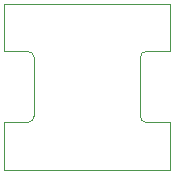
<source format=gbr>
G04 #@! TF.GenerationSoftware,KiCad,Pcbnew,(5.1.4)-1*
G04 #@! TF.CreationDate,2020-11-25T15:13:48-08:00*
G04 #@! TF.ProjectId,ufc_v4_comm_layer4,7566635f-7634-45f6-936f-6d6d5f6c6179,rev?*
G04 #@! TF.SameCoordinates,Original*
G04 #@! TF.FileFunction,Profile,NP*
%FSLAX46Y46*%
G04 Gerber Fmt 4.6, Leading zero omitted, Abs format (unit mm)*
G04 Created by KiCad (PCBNEW (5.1.4)-1) date 2020-11-25 15:13:48*
%MOMM*%
%LPD*%
G04 APERTURE LIST*
%ADD10C,0.050000*%
G04 APERTURE END LIST*
D10*
X167945000Y-62190000D02*
X167945000Y-66190000D01*
X181945000Y-62190000D02*
X181945000Y-66190000D01*
X169945000Y-62190000D02*
X167945000Y-62190000D01*
X169945000Y-56190000D02*
X167945000Y-56190000D01*
X170445000Y-56690000D02*
X170445000Y-61690000D01*
X179945000Y-56190000D02*
X181945000Y-56190000D01*
X179445000Y-56690000D02*
X179445000Y-61690000D01*
X179945000Y-62190000D02*
X181945000Y-62190000D01*
X179945000Y-62190000D02*
G75*
G02X179445000Y-61690000I0J500000D01*
G01*
X179445000Y-56690000D02*
G75*
G02X179945000Y-56190000I500000J0D01*
G01*
X169945000Y-56190000D02*
G75*
G02X170445000Y-56690000I0J-500000D01*
G01*
X170445000Y-61690000D02*
G75*
G02X169945000Y-62190000I-500000J0D01*
G01*
X181945000Y-66190000D02*
X167945000Y-66190000D01*
X167945000Y-56190000D02*
X167945000Y-52190000D01*
X167945000Y-52190000D02*
X181945000Y-52190000D01*
X181945000Y-52190000D02*
X181945000Y-56190000D01*
M02*

</source>
